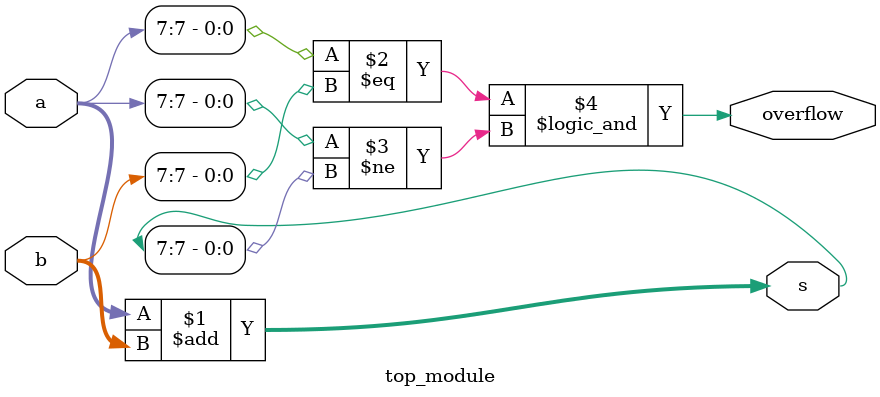
<source format=v>
module top_module (
    input [7:0] a,
    input [7:0] b,
    output [7:0] s,
    output overflow
); //
 
    // method 01
    assign	s = a+b;
    assign	overflow = (a[7]==b[7] && a[7]!=s[7]);

    // method 02
    //assign	overflow = (~a[7])&(~b[7])&(c) | a[7]&b[7]&(~c);
    
    // method 03
    //wire [6:0]	dumb;
    //wire		c2, c;
    //assign	{c2,s} = a + b;
    //assign	{c, dumb} = a[6:0] + b[6:0];
    //assign	overflow = c2 ^ c;
    
endmodule

</source>
